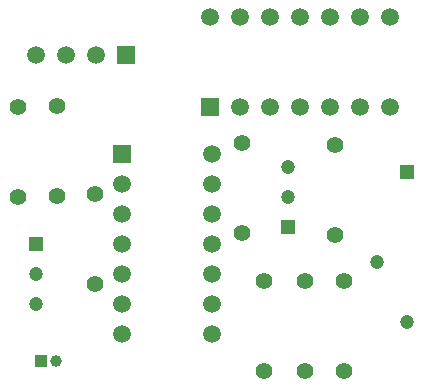
<source format=gbr>
%TF.GenerationSoftware,Altium Limited,Altium Designer,23.11.1 (41)*%
G04 Layer_Physical_Order=1*
G04 Layer_Color=255*
%FSLAX45Y45*%
%MOMM*%
%TF.SameCoordinates,34E30776-E539-4141-9B1E-1B59BE426CC6*%
%TF.FilePolarity,Positive*%
%TF.FileFunction,Copper,L1,Top,Signal*%
%TF.Part,Single*%
G01*
G75*
%TA.AperFunction,ComponentPad*%
%ADD10C,1.40000*%
%ADD11C,1.20000*%
%ADD12R,1.20000X1.20000*%
%ADD13R,1.00000X1.00000*%
%ADD14C,1.00000*%
%ADD15C,1.50000*%
%ADD16R,1.50000X1.50000*%
%ADD17R,1.50000X1.50000*%
D10*
X9118600Y7391400D02*
D03*
Y6629400D02*
D03*
X6692900Y8877300D02*
D03*
Y8115300D02*
D03*
X8445500Y7391400D02*
D03*
Y6629400D02*
D03*
X6362700Y8864600D02*
D03*
Y8102600D02*
D03*
X7010400Y8128000D02*
D03*
Y7366000D02*
D03*
X8255000Y8559800D02*
D03*
Y7797800D02*
D03*
X9042400Y8547100D02*
D03*
Y7785100D02*
D03*
X8788400Y6629400D02*
D03*
Y7391400D02*
D03*
D11*
X6514602Y7200900D02*
D03*
Y7454900D02*
D03*
X9398000Y7556500D02*
D03*
X9652000Y7048500D02*
D03*
X8648700Y8356600D02*
D03*
Y8102600D02*
D03*
D12*
X6514602Y7708900D02*
D03*
X9652000Y8318500D02*
D03*
X8648700Y7848600D02*
D03*
D13*
X6553200Y6718300D02*
D03*
D14*
X6680200D02*
D03*
D15*
X8001000Y6946900D02*
D03*
Y7200900D02*
D03*
Y7454900D02*
D03*
Y7708900D02*
D03*
Y7962900D02*
D03*
Y8216900D02*
D03*
Y8470900D02*
D03*
X7239000Y6946900D02*
D03*
Y7200900D02*
D03*
Y7454900D02*
D03*
Y7708900D02*
D03*
Y7962900D02*
D03*
Y8216900D02*
D03*
X9512300Y9626600D02*
D03*
X9258300D02*
D03*
X9004300D02*
D03*
X8750300D02*
D03*
X8496300D02*
D03*
X8242300D02*
D03*
X7988300D02*
D03*
X9512300Y8864600D02*
D03*
X9258300D02*
D03*
X9004300D02*
D03*
X8750300D02*
D03*
X8496300D02*
D03*
X8242300D02*
D03*
X6515100Y9309100D02*
D03*
X6769100D02*
D03*
X7023100D02*
D03*
D16*
X7239000Y8470900D02*
D03*
X7277100Y9309100D02*
D03*
D17*
X7988300Y8864600D02*
D03*
%TF.MD5,234280e894a0f824c9e0021ab0421ff1*%
M02*

</source>
